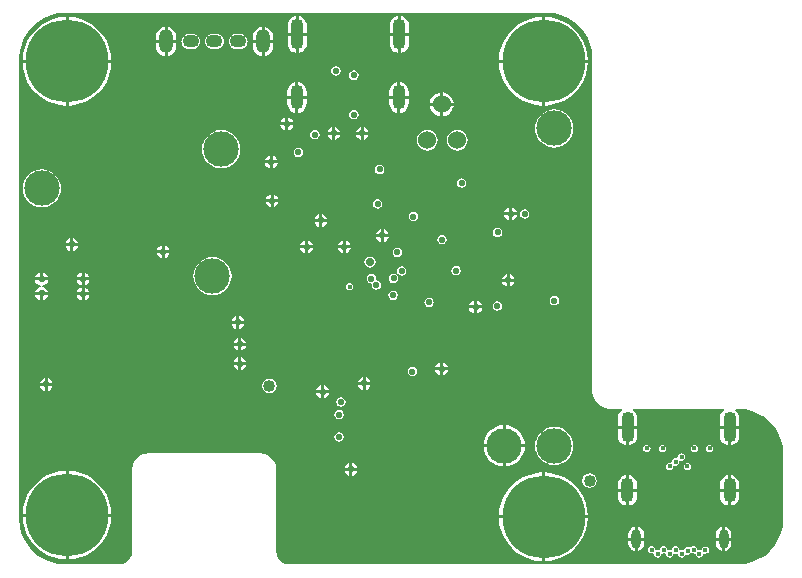
<source format=gbr>
%FSTAX23Y23*%
%MOIN*%
%SFA1B1*%

%IPPOS*%
%ADD52C,0.060000*%
%ADD53O,0.031496X0.062992*%
%ADD54C,0.275591*%
%ADD55O,0.043307X0.082677*%
%ADD56O,0.043307X0.102362*%
%ADD57O,0.047240X0.078740*%
%ADD58O,0.055118X0.043307*%
%ADD59C,0.118110*%
%ADD60C,0.023000*%
%ADD61C,0.016000*%
%ADD62C,0.028000*%
%ADD63C,0.040000*%
%LNpcb_power_measurement_copper_signal_2-1*%
%LPD*%
G36*
X04085Y03552D02*
X04108Y03546D01*
X0413Y03537*
X0415Y03525*
X04168Y03509*
X04184Y03491*
X04196Y03471*
X04205Y03449*
X04211Y03426*
X04212Y03403*
X04212Y03402*
Y02291*
X04212Y0229*
X04214Y02276*
X0422Y02262*
X04229Y02251*
X0424Y02242*
X04254Y02236*
X04268Y02234*
X04269Y02234*
X0431*
X04312Y02229*
X04307Y02225*
X04302Y02219*
X04298Y02211*
X04297Y02203*
Y02178*
X04361*
Y02203*
X0436Y02211*
X04357Y02219*
X04352Y02225*
X04347Y02229*
X04348Y02234*
X0465*
X04652Y02229*
X04647Y02225*
X04642Y02219*
X04638Y02211*
X04637Y02203*
Y02178*
X04669*
X04701*
Y02203*
X047Y02211*
X04697Y02219*
X04692Y02225*
X04687Y02229*
X04689Y02234*
X04697*
X04697Y02234*
X0472Y02233*
X04743Y02227*
X04765Y02218*
X04786Y02206*
X04804Y0219*
X04819Y02172*
X04831Y02152*
X04841Y0213*
X04846Y02107*
X04848Y02084*
X04848Y02083*
Y01868*
X04848Y01867*
X04846Y01844*
X04841Y01821*
X04831Y01799*
X04819Y01779*
X04804Y01761*
X04786Y01745*
X04765Y01733*
X04743Y01724*
X0472Y01718*
X04697Y01717*
X04697Y01717*
X04696Y01717*
X0319*
X0318Y01721*
X0317Y01728*
X03163Y01737*
X03159Y01748*
X03157Y0176*
X03157Y0176*
Y02032*
X03157*
X03156Y02046*
X0315Y02059*
X03141Y0207*
X0313Y02079*
X03117Y02085*
X03103Y02086*
Y02086*
X02733*
Y02086*
X02718Y02085*
X02705Y02079*
X02694Y0207*
X02685Y02059*
X02679Y02046*
X02678Y02032*
X02678*
Y0176*
X02678Y0176*
X02676Y01748*
X02672Y01737*
X02665Y01728*
X02655Y01721*
X02645Y01717*
X02453*
X02452Y01716*
X02429Y01718*
X02406Y01724*
X02384Y01733*
X02363Y01745*
X02345Y0176*
X0233Y01779*
X02318Y01799*
X02308Y01821*
X02303Y01844*
X02301Y01866*
X02302Y01868*
Y03402*
X02302Y03403*
X02303Y03426*
X02309Y03449*
X02318Y03471*
X0233Y03491*
X02346Y03509*
X02364Y03525*
X02384Y03537*
X02406Y03546*
X02429Y03552*
X02452Y03553*
X02453Y03553*
X04061*
X04062Y03553*
X04085Y03552*
G37*
%LNpcb_power_measurement_copper_signal_2-2*%
%LPC*%
G36*
X03573Y03543D02*
Y03487D01*
X036*
Y03512*
X03599Y0352*
X03596Y03528*
X03591Y03534*
X03584Y03539*
X03576Y03543*
X03573Y03543*
G37*
G36*
X03233D02*
Y03487D01*
X0326*
Y03512*
X03259Y0352*
X03255Y03528*
X0325Y03534*
X03244Y03539*
X03236Y03543*
X03233Y03543*
G37*
G36*
X03223D02*
X0322Y03543D01*
X03212Y03539*
X03205Y03534*
X032Y03528*
X03197Y0352*
X03196Y03512*
Y03487*
X03223*
Y03543*
G37*
G36*
X03563D02*
X0356Y03543D01*
X03552Y03539*
X03545Y03534*
X0354Y03528*
X03537Y0352*
X03536Y03512*
Y03487*
X03563*
Y03543*
G37*
G36*
X03119Y03508D02*
Y03464D01*
X03148*
Y03474*
X03146Y03483*
X03143Y03491*
X03138Y03498*
X03131Y03504*
X03122Y03507*
X03119Y03508*
G37*
G36*
X02796D02*
Y03464D01*
X02825*
Y03474*
X02824Y03483*
X0282Y03491*
X02815Y03498*
X02808Y03504*
X028Y03507*
X02796Y03508*
G37*
G36*
X03109D02*
X03105Y03507D01*
X03097Y03504*
X0309Y03498*
X03084Y03491*
X03081Y03483*
X0308Y03474*
Y03464*
X03109*
Y03508*
G37*
G36*
X02786D02*
X02782Y03507D01*
X02774Y03504*
X02767Y03498*
X02761Y03491*
X02758Y03483*
X02757Y03474*
Y03464*
X02786*
Y03508*
G37*
G36*
X03037Y03484D02*
X03025D01*
X03018Y03483*
X03012Y03481*
X03007Y03477*
X03003Y03471*
X03Y03465*
X02999Y03459*
X03Y03452*
X03003Y03446*
X03007Y0344*
X03012Y03436*
X03018Y03434*
X03025Y03433*
X03037*
X03044Y03434*
X0305Y03436*
X03055Y0344*
X03059Y03446*
X03062Y03452*
X03063Y03459*
X03062Y03465*
X03059Y03471*
X03055Y03477*
X0305Y03481*
X03044Y03483*
X03037Y03484*
G37*
G36*
X02958D02*
X02946D01*
X0294Y03483*
X02933Y03481*
X02928Y03477*
X02924Y03471*
X02921Y03465*
X0292Y03459*
X02921Y03452*
X02924Y03446*
X02928Y0344*
X02933Y03436*
X0294Y03434*
X02946Y03433*
X02958*
X02965Y03434*
X02971Y03436*
X02976Y0344*
X02981Y03446*
X02983Y03452*
X02984Y03459*
X02983Y03465*
X02981Y03471*
X02976Y03477*
X02971Y03481*
X02965Y03483*
X02958Y03484*
G37*
G36*
X02879D02*
X02868D01*
X02861Y03483*
X02855Y03481*
X02849Y03477*
X02845Y03471*
X02843Y03465*
X02842Y03459*
X02843Y03452*
X02845Y03446*
X02849Y0344*
X02855Y03436*
X02861Y03434*
X02868Y03433*
X02879*
X02886Y03434*
X02892Y03436*
X02898Y0344*
X02902Y03446*
X02904Y03452*
X02905Y03459*
X02904Y03465*
X02902Y03471*
X02898Y03477*
X02892Y03481*
X02886Y03483*
X02879Y03484*
G37*
G36*
X036Y03477D02*
X03573D01*
Y03421*
X03576Y03422*
X03584Y03425*
X03591Y0343*
X03596Y03437*
X03599Y03444*
X036Y03453*
Y03477*
G37*
G36*
X0326D02*
X03233D01*
Y03421*
X03236Y03422*
X03244Y03425*
X0325Y0343*
X03255Y03437*
X03259Y03444*
X0326Y03453*
Y03477*
G37*
G36*
X03223D02*
X03196D01*
Y03453*
X03197Y03444*
X032Y03437*
X03205Y0343*
X03212Y03425*
X0322Y03422*
X03223Y03421*
Y03477*
G37*
G36*
X03563D02*
X03536D01*
Y03453*
X03537Y03444*
X0354Y03437*
X03545Y0343*
X03552Y03425*
X0356Y03422*
X03563Y03421*
Y03477*
G37*
G36*
X03148Y03454D02*
X03119D01*
Y03409*
X03122Y0341*
X03131Y03413*
X03138Y03419*
X03143Y03426*
X03146Y03434*
X03148Y03443*
Y03454*
G37*
G36*
X02825D02*
X02796D01*
Y03409*
X028Y0341*
X02808Y03413*
X02815Y03419*
X0282Y03426*
X02824Y03434*
X02825Y03443*
Y03454*
G37*
G36*
X03109D02*
X0308D01*
Y03443*
X03081Y03434*
X03084Y03426*
X0309Y03419*
X03097Y03413*
X03105Y0341*
X03109Y03409*
Y03454*
G37*
G36*
X02786D02*
X02757D01*
Y03443*
X02758Y03434*
X02761Y03426*
X02767Y03419*
X02774Y03413*
X02782Y0341*
X02786Y03409*
Y03454*
G37*
G36*
X04054Y0354D02*
Y03398D01*
X04196*
X04195Y03416*
X04189Y03438*
X04181Y0346*
X04168Y0348*
X04153Y03497*
X04136Y03512*
X04116Y03525*
X04094Y03533*
X04072Y03539*
X04054Y0354*
G37*
G36*
X04044D02*
X04025Y03539D01*
X04003Y03533*
X03981Y03525*
X03961Y03512*
X03944Y03497*
X03929Y0348*
X03916Y0346*
X03908Y03438*
X03902Y03416*
X03901Y03398*
X04044*
Y0354*
G37*
G36*
X02466D02*
Y03398D01*
X02608*
X02607Y03416*
X02601Y03438*
X02593Y0346*
X0258Y0348*
X02565Y03497*
X02548Y03512*
X02528Y03525*
X02506Y03533*
X02484Y03539*
X02466Y0354*
G37*
G36*
X02456D02*
X02437Y03539D01*
X02415Y03533*
X02393Y03525*
X02373Y03512*
X02356Y03497*
X02341Y0348*
X02328Y0346*
X0232Y03438*
X02314Y03416*
X02313Y03398*
X02456*
Y0354*
G37*
G36*
X03357Y03377D02*
X03351Y03375D01*
X03346Y03372*
X03342Y03367*
X03341Y03361*
X03342Y03355*
X03346Y0335*
X03351Y03346*
X03357Y03345*
X03363Y03346*
X03368Y0335*
X03371Y03355*
X03373Y03361*
X03371Y03367*
X03368Y03372*
X03363Y03375*
X03357Y03377*
G37*
G36*
X03417Y03362D02*
X03411Y03361D01*
X03406Y03357*
X03402Y03352*
X03401Y03346*
X03402Y0334*
X03406Y03335*
X03411Y03331*
X03417Y0333*
X03423Y03331*
X03428Y03335*
X03431Y0334*
X03433Y03346*
X03431Y03352*
X03428Y03357*
X03423Y03361*
X03417Y03362*
G37*
G36*
X03232Y03323D02*
Y03277D01*
X03259*
Y03291*
X03258Y03299*
X03255Y03307*
X0325Y03314*
X03243Y03319*
X03235Y03322*
X03232Y03323*
G37*
G36*
X03222D02*
X03219Y03322D01*
X03211Y03319*
X03204Y03314*
X03199Y03307*
X03196Y03299*
X03195Y03291*
Y03277*
X03222*
Y03323*
G37*
G36*
X03572D02*
Y03277D01*
X03599*
Y03291*
X03598Y03299*
X03595Y03307*
X0359Y03314*
X03583Y03319*
X03575Y03322*
X03572Y03323*
G37*
G36*
X03562D02*
X03559Y03322D01*
X03551Y03319*
X03545Y03314*
X0354Y03307*
X03536Y03299*
X03535Y03291*
Y03277*
X03562*
Y03323*
G37*
G36*
X03715Y03289D02*
Y03255D01*
X03749*
X03748Y0326*
X03744Y0327*
X03738Y03278*
X0373Y03284*
X0372Y03288*
X03715Y03289*
G37*
G36*
X03705D02*
X03699Y03288D01*
X03689Y03284*
X03681Y03278*
X03675Y0327*
X03671Y0326*
X0367Y03255*
X03705*
Y03289*
G37*
G36*
X04196Y03388D02*
X04054D01*
Y03245*
X04072Y03246*
X04094Y03252*
X04116Y0326*
X04136Y03273*
X04153Y03288*
X04168Y03305*
X04181Y03325*
X04189Y03347*
X04195Y03369*
X04196Y03388*
G37*
G36*
X04044D02*
X03901D01*
X03902Y03369*
X03908Y03347*
X03916Y03325*
X03929Y03305*
X03944Y03288*
X03961Y03273*
X03981Y0326*
X04003Y03252*
X04025Y03246*
X04044Y03245*
Y03388*
G37*
G36*
X02608D02*
X02466D01*
Y03245*
X02484Y03246*
X02506Y03252*
X02528Y0326*
X02548Y03273*
X02565Y03288*
X0258Y03305*
X02593Y03325*
X02601Y03347*
X02607Y03369*
X02608Y03388*
G37*
G36*
X02456D02*
X02313D01*
X02314Y03369*
X0232Y03347*
X02328Y03325*
X02341Y03305*
X02356Y03288*
X02373Y03273*
X02393Y0326*
X02415Y03252*
X02437Y03246*
X02456Y03245*
Y03388*
G37*
G36*
X03599Y03267D02*
X03572D01*
Y03221*
X03575Y03221*
X03583Y03224*
X0359Y03229*
X03595Y03236*
X03598Y03244*
X03599Y03252*
Y03267*
G37*
G36*
X03259D02*
X03232D01*
Y03221*
X03235Y03221*
X03243Y03224*
X0325Y03229*
X03255Y03236*
X03258Y03244*
X03259Y03252*
Y03267*
G37*
G36*
X03222D02*
X03195D01*
Y03252*
X03196Y03244*
X03199Y03236*
X03204Y03229*
X03211Y03224*
X03219Y03221*
X03222Y03221*
Y03267*
G37*
G36*
X03562D02*
X03535D01*
Y03252*
X03536Y03244*
X0354Y03236*
X03545Y03229*
X03551Y03224*
X03559Y03221*
X03562Y03221*
Y03267*
G37*
G36*
X03749Y03245D02*
X03715D01*
Y0321*
X0372Y03211*
X0373Y03215*
X03738Y03221*
X03744Y03229*
X03748Y03239*
X03749Y03245*
G37*
G36*
X03705D02*
X0367D01*
X03671Y03239*
X03675Y03229*
X03681Y03221*
X03689Y03215*
X03699Y03211*
X03705Y0321*
Y03245*
G37*
G36*
X03417Y03231D02*
X03411Y0323D01*
X03406Y03226*
X03402Y03221*
X03401Y03215*
X03402Y03209*
X03406Y03204*
X03411Y032*
X03417Y03199*
X03423Y032*
X03428Y03204*
X03431Y03209*
X03433Y03215*
X03431Y03221*
X03428Y03226*
X03423Y0323*
X03417Y03231*
G37*
G36*
X03198Y03204D02*
Y03189D01*
X03214*
X03214Y03192*
X03209Y03199*
X03202Y03204*
X03198Y03204*
G37*
G36*
X03188D02*
X03185Y03204D01*
X03178Y03199*
X03173Y03192*
X03172Y03189*
X03188*
Y03204*
G37*
G36*
X03214Y03179D02*
X03198D01*
Y03163*
X03202Y03163*
X03209Y03168*
X03214Y03175*
X03214Y03179*
G37*
G36*
X03188D02*
X03172D01*
X03173Y03175*
X03178Y03168*
X03185Y03163*
X03188Y03163*
Y03179*
G37*
G36*
X03449Y03173D02*
Y03157D01*
X03465*
X03465Y0316*
X0346Y03168*
X03453Y03172*
X03449Y03173*
G37*
G36*
X03439D02*
X03436Y03172D01*
X03429Y03168*
X03424Y0316*
X03423Y03157*
X03439*
Y03173*
G37*
G36*
X03355D02*
Y03157D01*
X03371*
X0337Y0316*
X03365Y03168*
X03358Y03172*
X03355Y03173*
G37*
G36*
X03345D02*
X03342Y03172D01*
X03334Y03168*
X0333Y0316*
X03329Y03157*
X03345*
Y03173*
G37*
G36*
X03287Y03164D02*
X03281Y03163D01*
X03276Y03159*
X03272Y03154*
X03271Y03148*
X03272Y03142*
X03276Y03137*
X03281Y03134*
X03287Y03132*
X03293Y03134*
X03298Y03137*
X03302Y03142*
X03303Y03148*
X03302Y03154*
X03298Y03159*
X03293Y03163*
X03287Y03164*
G37*
G36*
X03465Y03147D02*
X03449D01*
Y03131*
X03453Y03132*
X0346Y03137*
X03465Y03144*
X03465Y03147*
G37*
G36*
X03439D02*
X03423D01*
X03424Y03144*
X03429Y03137*
X03436Y03132*
X03439Y03131*
Y03147*
G37*
G36*
X03371D02*
X03355D01*
Y03131*
X03358Y03132*
X03365Y03137*
X0337Y03144*
X03371Y03147*
G37*
G36*
X03345D02*
X03329D01*
X0333Y03144*
X03334Y03137*
X03342Y03132*
X03345Y03131*
Y03147*
G37*
G36*
X04085Y03232D02*
X04072Y03231D01*
X0406Y03227*
X04049Y03221*
X0404Y03214*
X04032Y03204*
X04026Y03193*
X04022Y03181*
X04021Y03169*
X04022Y03156*
X04026Y03145*
X04032Y03134*
X0404Y03124*
X04049Y03116*
X0406Y0311*
X04072Y03107*
X04085Y03105*
X04097Y03107*
X04109Y0311*
X0412Y03116*
X04129Y03124*
X04137Y03134*
X04143Y03145*
X04147Y03156*
X04148Y03169*
X04147Y03181*
X04143Y03193*
X04137Y03204*
X04129Y03214*
X0412Y03221*
X04109Y03227*
X04097Y03231*
X04085Y03232*
G37*
G36*
X03762Y03164D02*
X03753Y03163D01*
X03744Y03159*
X03737Y03154*
X03732Y03147*
X03728Y03138*
X03727Y0313*
X03728Y03121*
X03732Y03112*
X03737Y03105*
X03744Y031*
X03753Y03096*
X03762Y03095*
X0377Y03096*
X03779Y031*
X03786Y03105*
X03791Y03112*
X03795Y03121*
X03796Y0313*
X03795Y03138*
X03791Y03147*
X03786Y03154*
X03779Y03159*
X0377Y03163*
X03762Y03164*
G37*
G36*
X03662D02*
X03653Y03163D01*
X03644Y03159*
X03637Y03154*
X03632Y03147*
X03628Y03138*
X03627Y0313*
X03628Y03121*
X03632Y03112*
X03637Y03105*
X03644Y031*
X03653Y03096*
X03662Y03095*
X0367Y03096*
X03679Y031*
X03686Y03105*
X03691Y03112*
X03695Y03121*
X03696Y0313*
X03695Y03138*
X03691Y03147*
X03686Y03154*
X03679Y03159*
X0367Y03163*
X03662Y03164*
G37*
G36*
X03232Y03104D02*
X03225Y03103D01*
X0322Y031*
X03217Y03095*
X03216Y03089*
X03217Y03082*
X0322Y03077*
X03225Y03074*
X03232Y03073*
X03238Y03074*
X03243Y03077*
X03246Y03082*
X03247Y03089*
X03246Y03095*
X03243Y031*
X03238Y03103*
X03232Y03104*
G37*
G36*
X03147Y03078D02*
Y03062D01*
X03163*
X03162Y03065*
X03158Y03072*
X0315Y03077*
X03147Y03078*
G37*
G36*
X03137D02*
X03134Y03077D01*
X03127Y03072*
X03122Y03065*
X03121Y03062*
X03137*
Y03078*
G37*
G36*
X02975Y03163D02*
X02962Y03162D01*
X0295Y03158*
X02939Y03152*
X0293Y03144*
X02922Y03135*
X02916Y03124*
X02912Y03112*
X02911Y031*
X02912Y03087*
X02916Y03075*
X02922Y03064*
X0293Y03055*
X02939Y03047*
X0295Y03041*
X02962Y03037*
X02975Y03036*
X02987Y03037*
X02999Y03041*
X0301Y03047*
X03019Y03055*
X03027Y03064*
X03033Y03075*
X03037Y03087*
X03038Y031*
X03037Y03112*
X03033Y03124*
X03027Y03135*
X03019Y03144*
X0301Y03152*
X02999Y03158*
X02987Y03162*
X02975Y03163*
G37*
G36*
X03163Y03052D02*
X03147D01*
Y03036*
X0315Y03037*
X03158Y03041*
X03162Y03048*
X03163Y03052*
G37*
G36*
X03137D02*
X03121D01*
X03122Y03048*
X03127Y03041*
X03134Y03037*
X03137Y03036*
Y03052*
G37*
G36*
X03503Y03047D02*
X03496Y03046D01*
X03491Y03043*
X03488Y03038*
X03487Y03032*
X03488Y03025*
X03491Y0302*
X03496Y03017*
X03503Y03016*
X03509Y03017*
X03514Y0302*
X03517Y03025*
X03518Y03032*
X03517Y03038*
X03514Y03043*
X03509Y03046*
X03503Y03047*
G37*
G36*
X03776Y03002D02*
X03769Y03001D01*
X03764Y02998*
X03761Y02993*
X0376Y02987*
X03761Y0298*
X03764Y02975*
X03769Y02972*
X03776Y02971*
X03782Y02972*
X03787Y02975*
X0379Y0298*
X03791Y02987*
X0379Y02993*
X03787Y02998*
X03782Y03001*
X03776Y03002*
G37*
G36*
X03149Y02949D02*
Y02933D01*
X03165*
X03164Y02936*
X03159Y02943*
X03152Y02948*
X03149Y02949*
G37*
G36*
X03139D02*
X03136Y02948D01*
X03128Y02943*
X03124Y02936*
X03123Y02933*
X03139*
Y02949*
G37*
G36*
X03165Y02923D02*
X03149D01*
Y02907*
X03152Y02907*
X03159Y02912*
X03164Y02919*
X03165Y02923*
G37*
G36*
X03139D02*
X03123D01*
X03124Y02919*
X03128Y02912*
X03136Y02907*
X03139Y02907*
Y02923*
G37*
G36*
X02376Y03032D02*
X02364Y03031D01*
X02352Y03028*
X02341Y03022*
X02332Y03014*
X02324Y03004*
X02318Y02993*
X02314Y02981*
X02313Y02969*
X02314Y02957*
X02318Y02945*
X02324Y02934*
X02332Y02924*
X02341Y02916*
X02352Y0291*
X02364Y02907*
X02376Y02906*
X02389Y02907*
X02401Y0291*
X02412Y02916*
X02421Y02924*
X02429Y02934*
X02435Y02945*
X02439Y02957*
X0244Y02969*
X02439Y02981*
X02435Y02993*
X02429Y03004*
X02421Y03014*
X02412Y03022*
X02401Y03028*
X02389Y03031*
X02376Y03032*
G37*
G36*
X03496Y02933D02*
X0349Y02932D01*
X03485Y02928*
X03481Y02923*
X0348Y02917*
X03481Y02911*
X03485Y02906*
X0349Y02902*
X03496Y02901*
X03502Y02902*
X03507Y02906*
X0351Y02911*
X03512Y02917*
X0351Y02923*
X03507Y02928*
X03502Y02932*
X03496Y02933*
G37*
G36*
X03944Y02905D02*
Y0289D01*
X03959*
X03959Y02893*
X03954Y029*
X03947Y02905*
X03944Y02905*
G37*
G36*
X03934D02*
X0393Y02905D01*
X03923Y029*
X03918Y02893*
X03918Y0289*
X03934*
Y02905*
G37*
G36*
X03987Y02899D02*
X0398Y02898D01*
X03975Y02895*
X03972Y0289*
X03971Y02884*
X03972Y02877*
X03975Y02872*
X0398Y02869*
X03987Y02868*
X03993Y02869*
X03998Y02872*
X04001Y02877*
X04002Y02884*
X04001Y0289*
X03998Y02895*
X03993Y02898*
X03987Y02899*
G37*
G36*
X03312Y02883D02*
Y02867D01*
X03328*
X03327Y0287*
X03322Y02877*
X03315Y02882*
X03312Y02883*
G37*
G36*
X03302D02*
X03298Y02882D01*
X03291Y02877*
X03286Y0287*
X03286Y02867*
X03302*
Y02883*
G37*
G36*
X03959Y0288D02*
X03944D01*
Y02864*
X03947Y02864*
X03954Y02869*
X03959Y02876*
X03959Y0288*
G37*
G36*
X03934D02*
X03918D01*
X03918Y02876*
X03923Y02869*
X0393Y02864*
X03934Y02864*
Y0288*
G37*
G36*
X03615Y02891D02*
X03609Y0289D01*
X03604Y02886*
X036Y02881*
X03599Y02875*
X036Y02869*
X03604Y02864*
X03609Y0286*
X03615Y02859*
X03621Y0286*
X03626Y02864*
X0363Y02869*
X03631Y02875*
X0363Y02881*
X03626Y02886*
X03621Y0289*
X03615Y02891*
G37*
G36*
X03328Y02857D02*
X03312D01*
Y02841*
X03315Y02841*
X03322Y02846*
X03327Y02853*
X03328Y02857*
G37*
G36*
X03302D02*
X03286D01*
X03286Y02853*
X03291Y02846*
X03298Y02841*
X03302Y02841*
Y02857*
G37*
G36*
X03517Y02832D02*
Y02817D01*
X03533*
X03532Y0282*
X03527Y02827*
X0352Y02832*
X03517Y02832*
G37*
G36*
X03507D02*
X03504Y02832D01*
X03496Y02827*
X03492Y0282*
X03491Y02817*
X03507*
Y02832*
G37*
G36*
X03896Y02837D02*
X03889Y02836D01*
X03884Y02833*
X03881Y02828*
X0388Y02822*
X03881Y02815*
X03884Y0281*
X03889Y02807*
X03896Y02806*
X03902Y02807*
X03907Y0281*
X0391Y02815*
X03911Y02822*
X0391Y02828*
X03907Y02833*
X03902Y02836*
X03896Y02837*
G37*
G36*
X03533Y02807D02*
X03517D01*
Y02791*
X0352Y02791*
X03527Y02796*
X03532Y02803*
X03533Y02807*
G37*
G36*
X03507D02*
X03491D01*
X03492Y02803*
X03496Y02796*
X03504Y02791*
X03507Y02791*
Y02807*
G37*
G36*
X02482Y02802D02*
Y02787D01*
X02497*
X02497Y0279*
X02492Y02797*
X02485Y02802*
X02482Y02802*
G37*
G36*
X02472D02*
X02468Y02802D01*
X02461Y02797*
X02456Y0279*
X02456Y02787*
X02472*
Y02802*
G37*
G36*
X03711Y02814D02*
X03704Y02813D01*
X03699Y02809*
X03696Y02804*
X03695Y02798*
X03696Y02792*
X03699Y02787*
X03704Y02783*
X03711Y02782*
X03717Y02783*
X03722Y02787*
X03725Y02792*
X03726Y02798*
X03725Y02804*
X03722Y02809*
X03717Y02813*
X03711Y02814*
G37*
G36*
X0339Y02796D02*
Y0278D01*
X03406*
X03405Y02783*
X034Y02791*
X03393Y02795*
X0339Y02796*
G37*
G36*
X0338D02*
X03376Y02795D01*
X03369Y02791*
X03364Y02783*
X03364Y0278*
X0338*
Y02796*
G37*
G36*
X03264D02*
Y0278D01*
X0328*
X03279Y02783*
X03274Y02791*
X03267Y02795*
X03264Y02796*
G37*
G36*
X03254D02*
X0325Y02795D01*
X03243Y02791*
X03238Y02783*
X03238Y0278*
X03254*
Y02796*
G37*
G36*
X02786Y02778D02*
Y02762D01*
X02802*
X02801Y02766*
X02796Y02773*
X02789Y02778*
X02786Y02778*
G37*
G36*
X02776D02*
X02773Y02778D01*
X02765Y02773*
X02761Y02766*
X0276Y02762*
X02776*
Y02778*
G37*
G36*
X02497Y02777D02*
X02482D01*
Y02761*
X02485Y02761*
X02492Y02766*
X02497Y02773*
X02497Y02777*
G37*
G36*
X02472D02*
X02456D01*
X02456Y02773*
X02461Y02766*
X02468Y02761*
X02472Y02761*
Y02777*
G37*
G36*
X03406Y0277D02*
X0339D01*
Y02754*
X03393Y02755*
X034Y0276*
X03405Y02767*
X03406Y0277*
G37*
G36*
X0338D02*
X03364D01*
X03364Y02767*
X03369Y0276*
X03376Y02755*
X0338Y02754*
Y0277*
G37*
G36*
X0328D02*
X03264D01*
Y02754*
X03267Y02755*
X03274Y0276*
X03279Y02767*
X0328Y0277*
G37*
G36*
X03254D02*
X03238D01*
X03238Y02767*
X03243Y0276*
X0325Y02755*
X03254Y02754*
Y0277*
G37*
G36*
X03562Y02771D02*
X03555Y0277D01*
X0355Y02767*
X03547Y02762*
X03546Y02756*
X03547Y02749*
X0355Y02744*
X03555Y02741*
X03562Y0274*
X03568Y02741*
X03573Y02744*
X03576Y02749*
X03577Y02756*
X03576Y02762*
X03573Y02767*
X03568Y0277*
X03562Y02771*
G37*
G36*
X02802Y02752D02*
X02786D01*
Y02736*
X02789Y02737*
X02796Y02742*
X02801Y02749*
X02802Y02752*
G37*
G36*
X02776D02*
X0276D01*
X02761Y02749*
X02765Y02742*
X02773Y02737*
X02776Y02736*
Y02752*
G37*
G36*
X03471Y02741D02*
X03463Y0274D01*
X03458Y02736*
X03454Y0273*
X03452Y02723*
X03454Y02716*
X03458Y0271*
X03463Y02706*
X03471Y02705*
X03478Y02706*
X03483Y0271*
X03487Y02716*
X03489Y02723*
X03487Y0273*
X03483Y02736*
X03478Y0274*
X03471Y02741*
G37*
G36*
X03758Y0271D02*
X03751Y02709D01*
X03746Y02706*
X03743Y02701*
X03742Y02695*
X03743Y02688*
X03746Y02683*
X03751Y0268*
X03758Y02679*
X03764Y0268*
X03769Y02683*
X03772Y02688*
X03773Y02695*
X03772Y02701*
X03769Y02706*
X03764Y02709*
X03758Y0271*
G37*
G36*
X03577Y02709D02*
X0357Y02708D01*
X03565Y02705*
X03562Y027*
X03561Y02694*
X03562Y02687*
X03565Y02682*
X0357Y02679*
X03577Y02678*
X03583Y02679*
X03588Y02682*
X03591Y02687*
X03592Y02694*
X03591Y027*
X03588Y02705*
X03583Y02708*
X03577Y02709*
G37*
G36*
X02519Y02687D02*
Y02672D01*
X02534*
X02534Y02675*
X02529Y02682*
X02522Y02687*
X02519Y02687*
G37*
G36*
X02509D02*
X02505Y02687D01*
X02498Y02682*
X02493Y02675*
X02493Y02672*
X02509*
Y02687*
G37*
G36*
X02381D02*
Y02672D01*
X02396*
X02396Y02675*
X02391Y02682*
X02384Y02687*
X02381Y02687*
G37*
G36*
X02371D02*
X02367Y02687D01*
X0236Y02682*
X02355Y02675*
X02355Y02672*
X02371*
Y02687*
G37*
G36*
X03937Y02683D02*
Y02668D01*
X03952*
X03952Y02671*
X03947Y02678*
X0394Y02683*
X03937Y02683*
G37*
G36*
X03927D02*
X03923Y02683D01*
X03916Y02678*
X03911Y02671*
X03911Y02668*
X03927*
Y02683*
G37*
G36*
X03549Y02684D02*
X03542Y02683D01*
X03537Y0268*
X03534Y02675*
X03533Y02669*
X03534Y02662*
X03537Y02657*
X03542Y02654*
X03549Y02653*
X03555Y02654*
X0356Y02657*
X03563Y02662*
X03564Y02669*
X03563Y02675*
X0356Y0268*
X03555Y02683*
X03549Y02684*
G37*
G36*
X02534Y02662D02*
X02519D01*
Y02646*
X02522Y02646*
X02529Y02651*
X02534Y02658*
X02534Y02662*
G37*
G36*
X02509D02*
X02493D01*
X02493Y02658*
X02498Y02651*
X02505Y02646*
X02509Y02646*
Y02662*
G37*
G36*
X03952Y02658D02*
X03937D01*
Y02642*
X0394Y02642*
X03947Y02647*
X03952Y02654*
X03952Y02658*
G37*
G36*
X03927D02*
X03911D01*
X03911Y02654*
X03916Y02647*
X03923Y02642*
X03927Y02642*
Y02658*
G37*
G36*
X03475Y02684D02*
X03468Y02683D01*
X03463Y0268*
X0346Y02674*
X03459Y02668*
X0346Y02662*
X03463Y02657*
X03468Y02654*
X03475Y02653*
X03476Y02648*
X03476Y02647*
X03477Y0264*
X0348Y02635*
X03485Y02632*
X03492Y02631*
X03498Y02632*
X03503Y02635*
X03506Y0264*
X03507Y02647*
X03506Y02653*
X03503Y02658*
X03498Y02661*
X03492Y02662*
X0349Y02667*
X0349Y02668*
X03489Y02674*
X03486Y0268*
X03481Y02683*
X03475Y02684*
G37*
G36*
X03403Y02653D02*
X03398Y02652D01*
X03394Y0265*
X03392Y02646*
X03391Y02641*
X03392Y02636*
X03394Y02632*
X03398Y0263*
X03403Y02629*
X03408Y0263*
X03412Y02632*
X03414Y02636*
X03415Y02641*
X03414Y02646*
X03412Y0265*
X03408Y02652*
X03403Y02653*
G37*
G36*
X02396Y02662D02*
X02355D01*
X02355Y02658*
X0236Y02651*
X02367Y02646*
X02373Y02645*
X02373Y02645*
Y0264*
X02373Y0264*
X02367Y02639*
X0236Y02634*
X02355Y02627*
X02355Y02624*
X02396*
X02396Y02627*
X02391Y02634*
X02384Y02639*
X02378Y0264*
X02378Y0264*
Y02645*
X02378Y02645*
X02384Y02646*
X02391Y02651*
X02396Y02658*
X02396Y02662*
G37*
G36*
X02519Y02637D02*
Y02622D01*
X02534*
X02534Y02625*
X02529Y02632*
X02522Y02637*
X02519Y02637*
G37*
G36*
X02509D02*
X02505Y02637D01*
X02498Y02632*
X02493Y02625*
X02493Y02622*
X02509*
Y02637*
G37*
G36*
X02945Y0274D02*
X02933Y02739D01*
X02921Y02735*
X0291Y02729*
X02901Y02721*
X02893Y02712*
X02887Y02701*
X02883Y02689*
X02882Y02677*
X02883Y02664*
X02887Y02652*
X02893Y02641*
X02901Y02632*
X0291Y02624*
X02921Y02618*
X02933Y02615*
X02945Y02613*
X02958Y02615*
X0297Y02618*
X02981Y02624*
X0299Y02632*
X02998Y02641*
X03004Y02652*
X03008Y02664*
X03009Y02677*
X03008Y02689*
X03004Y02701*
X02998Y02712*
X0299Y02721*
X02981Y02729*
X0297Y02735*
X02958Y02739*
X02945Y0274*
G37*
G36*
X02396Y02614D02*
X02381D01*
Y02598*
X02384Y02598*
X02391Y02603*
X02396Y0261*
X02396Y02614*
G37*
G36*
X02371D02*
X02355D01*
X02355Y0261*
X0236Y02603*
X02367Y02598*
X02371Y02598*
Y02614*
G37*
G36*
X03548Y02628D02*
X03541Y02627D01*
X03536Y02624*
X03533Y02619*
X03532Y02613*
X03533Y02606*
X03536Y02601*
X03541Y02598*
X03548Y02597*
X03554Y02598*
X03559Y02601*
X03562Y02606*
X03563Y02613*
X03562Y02619*
X03559Y02624*
X03554Y02627*
X03548Y02628*
G37*
G36*
X02534Y02612D02*
X02519D01*
Y02596*
X02522Y02596*
X02529Y02601*
X02534Y02608*
X02534Y02612*
G37*
G36*
X02509D02*
X02493D01*
X02493Y02608*
X02498Y02601*
X02505Y02596*
X02509Y02596*
Y02612*
G37*
G36*
X04085Y0261D02*
X04078Y02609D01*
X04073Y02606*
X0407Y02601*
X04069Y02595*
X0407Y02588*
X04073Y02583*
X04078Y0258*
X04085Y02579*
X04091Y0258*
X04096Y02583*
X04099Y02588*
X041Y02595*
X04099Y02601*
X04096Y02606*
X04091Y02609*
X04085Y0261*
G37*
G36*
X03828Y02594D02*
Y02579D01*
X03843*
X03843Y02582*
X03838Y02589*
X03831Y02594*
X03828Y02594*
G37*
G36*
X03818D02*
X03814Y02594D01*
X03807Y02589*
X03802Y02582*
X03802Y02579*
X03818*
Y02594*
G37*
G36*
X03668Y02604D02*
X03661Y02603D01*
X03656Y026*
X03653Y02595*
X03652Y02589*
X03653Y02582*
X03656Y02577*
X03661Y02574*
X03668Y02573*
X03674Y02574*
X03679Y02577*
X03682Y02582*
X03683Y02589*
X03682Y02595*
X03679Y026*
X03674Y02603*
X03668Y02604*
G37*
G36*
X03895Y02592D02*
X03888Y02591D01*
X03883Y02588*
X0388Y02583*
X03879Y02577*
X0388Y0257*
X03883Y02565*
X03888Y02562*
X03895Y02561*
X03901Y02562*
X03906Y02565*
X03909Y0257*
X0391Y02577*
X03909Y02583*
X03906Y02588*
X03901Y02591*
X03895Y02592*
G37*
G36*
X03843Y02569D02*
X03828D01*
Y02553*
X03831Y02553*
X03838Y02558*
X03843Y02565*
X03843Y02569*
G37*
G36*
X03818D02*
X03802D01*
X03802Y02565*
X03807Y02558*
X03814Y02553*
X03818Y02553*
Y02569*
G37*
G36*
X03035Y02543D02*
Y02527D01*
X03051*
X0305Y0253*
X03046Y02537*
X03038Y02542*
X03035Y02543*
G37*
G36*
X03025D02*
X03022Y02542D01*
X03015Y02537*
X0301Y0253*
X03009Y02527*
X03025*
Y02543*
G37*
G36*
X03051Y02517D02*
X03035D01*
Y02501*
X03038Y02501*
X03046Y02506*
X0305Y02513*
X03051Y02517*
G37*
G36*
X03025D02*
X03009D01*
X0301Y02513*
X03015Y02506*
X03022Y02501*
X03025Y02501*
Y02517*
G37*
G36*
X03042Y02471D02*
Y02455D01*
X03058*
X03057Y02458*
X03052Y02465*
X03045Y0247*
X03042Y02471*
G37*
G36*
X03032D02*
X03029Y0247D01*
X03021Y02465*
X03017Y02458*
X03016Y02455*
X03032*
Y02471*
G37*
G36*
X03058Y02445D02*
X03042D01*
Y02429*
X03045Y02429*
X03052Y02434*
X03057Y02441*
X03058Y02445*
G37*
G36*
X03032D02*
X03016D01*
X03017Y02441*
X03021Y02434*
X03029Y02429*
X03032Y02429*
Y02445*
G37*
G36*
X03042Y02406D02*
Y0239D01*
X03058*
X03057Y02394*
X03052Y02401*
X03045Y02406*
X03042Y02406*
G37*
G36*
X03032D02*
X03029Y02406D01*
X03021Y02401*
X03017Y02394*
X03016Y0239*
X03032*
Y02406*
G37*
G36*
X03714Y02389D02*
Y02373D01*
X0373*
X03729Y02376*
X03724Y02384*
X03717Y02388*
X03714Y02389*
G37*
G36*
X03704D02*
X037Y02388D01*
X03693Y02384*
X03688Y02376*
X03688Y02373*
X03704*
Y02389*
G37*
G36*
X03058Y0238D02*
X03042D01*
Y02364*
X03045Y02365*
X03052Y0237*
X03057Y02377*
X03058Y0238*
G37*
G36*
X03032D02*
X03016D01*
X03017Y02377*
X03021Y0237*
X03029Y02365*
X03032Y02364*
Y0238*
G37*
G36*
X0373Y02363D02*
X03714D01*
Y02347*
X03717Y02348*
X03724Y02353*
X03729Y0236*
X0373Y02363*
G37*
G36*
X03704D02*
X03688D01*
X03688Y0236*
X03693Y02353*
X037Y02348*
X03704Y02347*
Y02363*
G37*
G36*
X03612Y02374D02*
X03606Y02372D01*
X03601Y02369*
X03597Y02364*
X03596Y02358*
X03597Y02352*
X03601Y02347*
X03606Y02343*
X03612Y02342*
X03618Y02343*
X03623Y02347*
X03626Y02352*
X03628Y02358*
X03626Y02364*
X03623Y02369*
X03618Y02372*
X03612Y02374*
G37*
G36*
X03457Y02339D02*
Y02324D01*
X03472*
X03472Y02327*
X03467Y02334*
X0346Y02339*
X03457Y02339*
G37*
G36*
X03447D02*
X03443Y02339D01*
X03436Y02334*
X03431Y02327*
X03431Y02324*
X03447*
Y02339*
G37*
G36*
X02397Y02336D02*
Y02321D01*
X02412*
X02412Y02324*
X02407Y02331*
X024Y02336*
X02397Y02336*
G37*
G36*
X02387D02*
X02383Y02336D01*
X02376Y02331*
X02371Y02324*
X02371Y02321*
X02387*
Y02336*
G37*
G36*
X03472Y02314D02*
X03457D01*
Y02298*
X0346Y02298*
X03467Y02303*
X03472Y0231*
X03472Y02314*
G37*
G36*
X03447D02*
X03431D01*
X03431Y0231*
X03436Y02303*
X03443Y02298*
X03447Y02298*
Y02314*
G37*
G36*
X03318Y02312D02*
Y02296D01*
X03333*
X03333Y023*
X03328Y02307*
X03321Y02312*
X03318Y02312*
G37*
G36*
X03308D02*
X03304Y02312D01*
X03297Y02307*
X03292Y023*
X03292Y02296*
X03308*
Y02312*
G37*
G36*
X02412Y02311D02*
X02397D01*
Y02295*
X024Y02295*
X02407Y023*
X02412Y02307*
X02412Y02311*
G37*
G36*
X02387D02*
X02371D01*
X02371Y02307*
X02376Y023*
X02383Y02295*
X02387Y02295*
Y02311*
G37*
G36*
X03135Y02335D02*
X03126Y02333D01*
X03118Y02328*
X03113Y0232*
X03111Y02311*
X03113Y02301*
X03118Y02293*
X03126Y02288*
X03135Y02286*
X03145Y02288*
X03153Y02293*
X03158Y02301*
X0316Y02311*
X03158Y0232*
X03153Y02328*
X03145Y02333*
X03135Y02335*
G37*
G36*
X03333Y02286D02*
X03318D01*
Y0227*
X03321Y02271*
X03328Y02276*
X03333Y02283*
X03333Y02286*
G37*
G36*
X03308D02*
X03292D01*
X03292Y02283*
X03297Y02276*
X03304Y02271*
X03308Y0227*
Y02286*
G37*
G36*
X03374Y02272D02*
X03367Y02271D01*
X03362Y02268*
X03359Y02263*
X03358Y02257*
X03359Y0225*
X03362Y02245*
X03367Y02242*
X03374Y02241*
X0338Y02242*
X03385Y02245*
X03388Y0225*
X03389Y02257*
X03388Y02263*
X03385Y02268*
X0338Y02271*
X03374Y02272*
G37*
G36*
X03368Y02231D02*
X03362Y0223D01*
X03356Y02226*
X03353Y02221*
X03352Y02215*
X03353Y02209*
X03356Y02204*
X03362Y022*
X03368Y02199*
X03374Y022*
X03379Y02204*
X03382Y02209*
X03383Y02215*
X03382Y02221*
X03379Y02226*
X03374Y0223*
X03368Y02231*
G37*
G36*
Y02156D02*
X03362Y02155D01*
X03356Y02151*
X03353Y02146*
X03352Y0214*
X03353Y02134*
X03356Y02129*
X03362Y02126*
X03368Y02124*
X03374Y02126*
X03379Y02129*
X03382Y02134*
X03383Y0214*
X03382Y02146*
X03379Y02151*
X03374Y02155*
X03368Y02156*
G37*
G36*
X03923Y02179D02*
Y02116D01*
X03986*
X03986Y02124*
X03982Y02137*
X03975Y02149*
X03967Y0216*
X03956Y02168*
X03944Y02175*
X03931Y02179*
X03923Y02179*
G37*
G36*
X03913D02*
X03904Y02179D01*
X03891Y02175*
X03879Y02168*
X03868Y0216*
X0386Y02149*
X03853Y02137*
X03849Y02124*
X03849Y02116*
X03913*
Y02179*
G37*
G36*
X04664Y02168D02*
X04637D01*
Y02144*
X04638Y02135*
X04642Y02128*
X04647Y02121*
X04653Y02116*
X04661Y02113*
X04664Y02112*
Y02168*
G37*
G36*
X04361D02*
X04334D01*
Y02112*
X04337Y02113*
X04345Y02116*
X04352Y02121*
X04357Y02128*
X0436Y02135*
X04361Y02144*
Y02168*
G37*
G36*
X04324D02*
X04297D01*
Y02144*
X04298Y02135*
X04302Y02128*
X04307Y02121*
X04313Y02116*
X04321Y02113*
X04324Y02112*
Y02168*
G37*
G36*
X04701D02*
X04674D01*
Y02112*
X04678Y02113*
X04685Y02116*
X04692Y02121*
X04697Y02128*
X047Y02135*
X04701Y02144*
Y02168*
G37*
G36*
X04603Y02115D02*
X04598Y02114D01*
X04594Y02111*
X04591Y02107*
X0459Y02103*
X04591Y02098*
X04594Y02094*
X04598Y02091*
X04603Y0209*
X04607Y02091*
X04611Y02094*
X04614Y02098*
X04615Y02103*
X04614Y02107*
X04611Y02111*
X04607Y02114*
X04603Y02115*
G37*
G36*
X04552D02*
X04547Y02114D01*
X04543Y02111*
X0454Y02107*
X04539Y02103*
X0454Y02098*
X04543Y02094*
X04547Y02091*
X04552Y0209*
X04556Y02091*
X0456Y02094*
X04563Y02098*
X04564Y02103*
X04563Y02107*
X0456Y02111*
X04556Y02114*
X04552Y02115*
G37*
G36*
X04446D02*
X04441Y02114D01*
X04437Y02111*
X04434Y02107*
X04433Y02103*
X04434Y02098*
X04437Y02094*
X04441Y02091*
X04446Y0209*
X0445Y02091*
X04454Y02094*
X04457Y02098*
X04458Y02103*
X04457Y02107*
X04454Y02111*
X0445Y02114*
X04446Y02115*
G37*
G36*
X04394D02*
X04389Y02114D01*
X04385Y02111*
X04382Y02107*
X04381Y02103*
X04382Y02098*
X04385Y02094*
X04389Y02091*
X04394Y0209*
X04398Y02091*
X04402Y02094*
X04405Y02098*
X04406Y02103*
X04405Y02107*
X04402Y02111*
X04398Y02114*
X04394Y02115*
G37*
G36*
X04509Y02086D02*
X04504Y02085D01*
X045Y02082*
X04497Y02078*
X04496Y02074*
X04496Y02073*
X04496Y02072*
X04492Y02069*
X04489Y0207*
X04484Y02069*
X0448Y02066*
X04478Y02062*
X04477Y02058*
X04476Y02057*
X04472Y02054*
X04469Y02055*
X04465Y02054*
X04461Y02051*
X04458Y02047*
X04457Y02043*
X04458Y02038*
X04461Y02034*
X04465Y02031*
X04469Y0203*
X04474Y02031*
X04478Y02034*
X04481Y02038*
X04482Y02042*
X04482Y02043*
X04486Y02046*
X04489Y02045*
X04494Y02046*
X04498Y02049*
X045Y02053*
X04501Y02058*
X04501Y02058*
X04502Y02059*
X04505Y02062*
X04509Y02061*
X04513Y02062*
X04517Y02065*
X0452Y02069*
X04521Y02074*
X0452Y02078*
X04517Y02082*
X04513Y02085*
X04509Y02086*
G37*
G36*
X04085Y02174D02*
X04072Y02173D01*
X0406Y02169*
X04049Y02163*
X0404Y02155*
X04032Y02146*
X04026Y02135*
X04022Y02123*
X04021Y02111*
X04022Y02098*
X04026Y02086*
X04032Y02075*
X0404Y02066*
X04049Y02058*
X0406Y02052*
X04072Y02048*
X04085Y02047*
X04097Y02048*
X04109Y02052*
X0412Y02058*
X04129Y02066*
X04137Y02075*
X04143Y02086*
X04147Y02098*
X04148Y02111*
X04147Y02123*
X04143Y02135*
X04137Y02146*
X04129Y02155*
X0412Y02163*
X04109Y02169*
X04097Y02173*
X04085Y02174*
G37*
G36*
X03986Y02106D02*
X03923D01*
Y02042*
X03931Y02042*
X03944Y02046*
X03956Y02053*
X03967Y02061*
X03975Y02072*
X03982Y02084*
X03986Y02097*
X03986Y02106*
G37*
G36*
X03913D02*
X03849D01*
X03849Y02097*
X03853Y02084*
X0386Y02072*
X03868Y02061*
X03879Y02053*
X03891Y02046*
X03904Y02042*
X03913Y02042*
Y02106*
G37*
G36*
X03412Y02052D02*
Y02037D01*
X03428*
X03427Y0204*
X03423Y02047*
X03415Y02052*
X03412Y02052*
G37*
G36*
X03402D02*
X03399Y02052D01*
X03392Y02047*
X03387Y0204*
X03386Y02037*
X03402*
Y02052*
G37*
G36*
X04528Y02054D02*
X04524Y02053D01*
X0452Y0205*
X04517Y02046*
X04516Y02042*
X04517Y02037*
X0452Y02033*
X04524Y0203*
X04528Y02029*
X04533Y0203*
X04537Y02033*
X0454Y02037*
X04541Y02042*
X0454Y02046*
X04537Y0205*
X04533Y02053*
X04528Y02054*
G37*
G36*
X03428Y02027D02*
X03412D01*
Y02011*
X03415Y02011*
X03423Y02016*
X03427Y02023*
X03428Y02027*
G37*
G36*
X03402D02*
X03386D01*
X03387Y02023*
X03392Y02016*
X03399Y02011*
X03402Y02011*
Y02027*
G37*
G36*
X04203Y02019D02*
X04193Y02017D01*
X04185Y02012*
X0418Y02004*
X04178Y01995*
X0418Y01985*
X04185Y01977*
X04193Y01972*
X04203Y0197*
X04212Y01972*
X0422Y01977*
X04225Y01985*
X04227Y01995*
X04225Y02004*
X0422Y02012*
X04212Y02017*
X04203Y02019*
G37*
G36*
X04674Y02013D02*
Y01967D01*
X047*
Y01982*
X04699Y0199*
X04696Y01998*
X04691Y02005*
X04684Y0201*
X04677Y02013*
X04674Y02013*
G37*
G36*
X04333D02*
Y01967D01*
X0436*
Y01982*
X04359Y0199*
X04356Y01998*
X04351Y02005*
X04344Y0201*
X04337Y02013*
X04333Y02013*
G37*
G36*
X04323D02*
X0432Y02013D01*
X04312Y0201*
X04306Y02005*
X04301Y01998*
X04298Y0199*
X04296Y01982*
Y01967*
X04323*
Y02013*
G37*
G36*
X04664D02*
X0466Y02013D01*
X04653Y0201*
X04646Y02005*
X04641Y01998*
X04638Y0199*
X04637Y01982*
Y01967*
X04664*
Y02013*
G37*
G36*
X047Y01957D02*
X04674D01*
Y01912*
X04677Y01912*
X04684Y01915*
X04691Y0192*
X04696Y01927*
X04699Y01935*
X047Y01943*
Y01957*
G37*
G36*
X0436D02*
X04333D01*
Y01912*
X04337Y01912*
X04344Y01915*
X04351Y0192*
X04356Y01927*
X04359Y01935*
X0436Y01943*
Y01957*
G37*
G36*
X04323D02*
X04296D01*
Y01943*
X04298Y01935*
X04301Y01927*
X04306Y0192*
X04312Y01915*
X0432Y01912*
X04323Y01912*
Y01957*
G37*
G36*
X04664D02*
X04637D01*
Y01943*
X04638Y01935*
X04641Y01927*
X04646Y0192*
X04653Y01915*
X0466Y01912*
X04664Y01912*
Y01957*
G37*
G36*
X02466Y02027D02*
Y01885D01*
X02608*
X02607Y01903*
X02601Y01925*
X02593Y01947*
X0258Y01967*
X02565Y01984*
X02548Y01999*
X02528Y02012*
X02506Y0202*
X02484Y02026*
X02466Y02027*
G37*
G36*
X02456D02*
X02437Y02026D01*
X02415Y0202*
X02393Y02012*
X02373Y01999*
X02356Y01984*
X02341Y01967*
X02328Y01947*
X0232Y01925*
X02314Y01903*
X02313Y01885*
X02456*
Y02027*
G37*
G36*
X04054Y02022D02*
Y0188D01*
X04196*
X04195Y01898*
X04189Y0192*
X04181Y01942*
X04168Y01962*
X04153Y01979*
X04136Y01994*
X04116Y02007*
X04094Y02015*
X04072Y02021*
X04054Y02022*
G37*
G36*
X04044D02*
X04025Y02021D01*
X04003Y02015*
X03981Y02007*
X03961Y01994*
X03944Y01979*
X03929Y01962*
X03916Y01942*
X03908Y0192*
X03902Y01898*
X03901Y0188*
X04044*
Y02022*
G37*
G36*
X04654Y01841D02*
Y01805D01*
X04675*
Y01816*
X04674Y01823*
X04672Y01829*
X04668Y01835*
X04662Y01839*
X04656Y01841*
X04654Y01841*
G37*
G36*
X04644D02*
X04643Y01841D01*
X04636Y01839*
X04631Y01835*
X04627Y01829*
X04624Y01823*
X04623Y01816*
Y01805*
X04644*
Y01841*
G37*
G36*
X04363D02*
Y01805D01*
X04384*
Y01816*
X04383Y01823*
X0438Y01829*
X04376Y01835*
X04371Y01839*
X04365Y01841*
X04363Y01841*
G37*
G36*
X04353D02*
X04351Y01841D01*
X04345Y01839*
X0434Y01835*
X04336Y01829*
X04333Y01823*
X04332Y01816*
Y01805*
X04353*
Y01841*
G37*
G36*
X04549Y01777D02*
X04544Y01776D01*
X0454Y01773*
X0454Y01773*
X04533Y01772*
X04529Y01773*
X04524Y01772*
X0452Y01769*
X04517Y01765*
X04517Y01765*
X04513Y01762*
X04509Y01763*
X04506Y01762*
X04502Y01764*
X04501Y01766*
X045Y01769*
X04498Y01773*
X04494Y01776*
X04489Y01777*
X04484Y01776*
X0448Y01773*
X04478Y01769*
X04477Y01766*
X04476Y01764*
X04472Y01762*
X0447Y01763*
X04466Y01762*
X04463Y01764*
X04462Y01766*
X04461Y01769*
X04458Y01773*
X04454Y01776*
X0445Y01777*
X04445Y01776*
X04441Y01773*
X04438Y01769*
X04438Y01766*
X04436Y01764*
X04433Y01762*
X0443Y01763*
X04426Y01762*
X04423Y01764*
X04422Y01766*
X04421Y01769*
X04418Y01773*
X04414Y01776*
X0441Y01777*
X04405Y01776*
X04401Y01773*
X04398Y01769*
X04397Y01765*
X04398Y0176*
X04401Y01756*
X04405Y01753*
X0441Y01752*
X04413Y01753*
X04416Y01751*
X04418Y01749*
X04418Y01746*
X04421Y01742*
X04425Y01739*
X0443Y01738*
X04434Y01739*
X04438Y01742*
X04441Y01746*
X04442Y01749*
X04443Y01751*
X04447Y01753*
X0445Y01752*
X04453Y01753*
X04456Y01751*
X04457Y01749*
X04458Y01746*
X04461Y01742*
X04465Y01739*
X0447Y01738*
X04474Y01739*
X04478Y01742*
X04481Y01746*
X04482Y01749*
X04483Y01751*
X04486Y01753*
X04489Y01753*
X04492Y01753*
X04495Y01751*
X04496Y01749*
X04497Y01746*
X045Y01742*
X04504Y01739*
X04509Y01738*
X04513Y01739*
X04517Y01742*
X0452Y01746*
X0452Y01746*
X04524Y01749*
X04529Y01748*
X04533Y01749*
X04537Y01752*
X04537Y01752*
X04544Y01754*
X04549Y01753*
X04552Y01753*
X04555Y01751*
X04556Y0175*
X04557Y01746*
X0456Y01742*
X04564Y01739*
X04568Y01738*
X04573Y01739*
X04577Y01742*
X0458Y01746*
X0458Y01748*
X04582Y01751*
X04585Y01751*
X04588Y01751*
X04592Y01752*
X04596Y01754*
X04599Y01758*
X046Y01763*
X04599Y01768*
X04596Y01772*
X04592Y01774*
X04588Y01775*
X04583Y01774*
X04579Y01772*
X04576Y01768*
X04576Y01766*
X04574Y01763*
X0457Y01762*
X04568Y01763*
X04565Y01762*
X04562Y01764*
X04561Y01766*
X0456Y01769*
X04557Y01773*
X04553Y01776*
X04549Y01777*
G37*
G36*
X04644Y01795D02*
X04623D01*
Y01785*
X04624Y01778*
X04627Y01772*
X04631Y01766*
X04636Y01762*
X04643Y0176*
X04644Y01759*
Y01795*
G37*
G36*
X04384D02*
X04363D01*
Y01759*
X04365Y0176*
X04371Y01762*
X04376Y01766*
X0438Y01772*
X04383Y01778*
X04384Y01785*
Y01795*
G37*
G36*
X04353D02*
X04332D01*
Y01785*
X04333Y01778*
X04336Y01772*
X0434Y01766*
X04345Y01762*
X04351Y0176*
X04353Y01759*
Y01795*
G37*
G36*
X04675D02*
X04654D01*
Y01759*
X04656Y0176*
X04662Y01762*
X04668Y01766*
X04672Y01772*
X04674Y01778*
X04675Y01785*
Y01795*
G37*
G36*
X02608Y01875D02*
X02466D01*
Y01732*
X02484Y01733*
X02506Y01739*
X02528Y01747*
X02548Y0176*
X02565Y01775*
X0258Y01792*
X02593Y01812*
X02601Y01834*
X02607Y01856*
X02608Y01875*
G37*
G36*
X02456D02*
X02313D01*
X02314Y01856*
X0232Y01834*
X02328Y01812*
X02341Y01792*
X02356Y01775*
X02373Y0176*
X02393Y01747*
X02415Y01739*
X02437Y01733*
X02456Y01732*
Y01875*
G37*
G36*
X04196Y0187D02*
X04054D01*
Y01727*
X04072Y01728*
X04094Y01734*
X04116Y01742*
X04136Y01755*
X04153Y0177*
X04168Y01787*
X04181Y01807*
X04189Y01829*
X04195Y01851*
X04196Y0187*
G37*
G36*
X04044D02*
X03901D01*
X03902Y01851*
X03908Y01829*
X03916Y01807*
X03929Y01787*
X03944Y0177*
X03961Y01755*
X03981Y01742*
X04003Y01734*
X04025Y01728*
X04044Y01727*
Y0187*
G37*
%LNpcb_power_measurement_copper_signal_2-3*%
%LPD*%
G54D52*
X03662Y0313D03*
X03762D03*
X0371Y0325D03*
G54D53*
X04649Y018D03*
X04358D03*
G54D54*
X02461Y0188D03*
X04049Y01875D03*
Y03393D03*
X02461D03*
G54D55*
X04328Y01962D03*
X04669D03*
X03567Y03272D03*
X03227D03*
G54D56*
X04329Y02173D03*
X04669D03*
X03568Y03482D03*
X03228D03*
G54D57*
X02791Y03459D03*
X03114D03*
G54D58*
X03031Y03459D03*
X02874D03*
X02952D03*
G54D59*
X02975Y031D03*
X03918Y02111D03*
X02945Y02677D03*
X02376Y02969D03*
X04085Y02111D03*
Y03169D03*
G54D60*
X03615Y02875D03*
X03562Y02756D03*
X03577Y02694D03*
X03668Y02589D03*
X03549Y02669D03*
X03475Y02668D03*
X03776Y02987D03*
X03232Y03089D03*
X02514Y02617D03*
Y02667D03*
X02376Y02619D03*
Y02667D03*
X02477Y02782D03*
X02392Y02316D03*
X03503Y03032D03*
X03492Y02647D03*
X03548Y02613D03*
X03711Y02798D03*
X04085Y02595D03*
X03987Y02884D03*
X03939Y02885D03*
X03758Y02695D03*
X03512Y02812D03*
X03932Y02663D03*
X03895Y02577D03*
X03823Y02574D03*
X03896Y02822D03*
X03407Y02032D03*
X03374Y02257D03*
X03709Y02368D03*
X03452Y02319D03*
X03037Y02385D03*
Y0245D03*
X0303Y02522D03*
X03357Y03361D03*
X03313Y02291D03*
X03287Y03148D03*
X03417Y03215D03*
X03444Y03152D03*
X0335D03*
X02781Y02757D03*
X03144Y02928D03*
X03142Y03057D03*
X03193Y03184D03*
X03307Y02862D03*
X03385Y02775D03*
X03259D03*
X03496Y02917D03*
X03368Y0214D03*
Y02215D03*
X03612Y02358D03*
X03417Y03346D03*
G54D61*
X03403Y02641D03*
X04394Y02103D03*
X04568Y01751D03*
X0447D03*
X04489Y01765D03*
X0441Y01765D03*
X0443Y01751D03*
X04529Y01761D03*
X04549Y01765D03*
X0445Y01765D03*
X04509Y01751D03*
X04528Y02042D03*
X04588Y01763D03*
X04469Y02043D03*
X04489Y02058D03*
X04603Y02103D03*
X04509Y02074D03*
X04446Y02103D03*
X04552D03*
X03357Y02516D03*
X0343D03*
X0332D03*
X03319Y02443D03*
X03357D03*
X0343D03*
X03392D03*
X03466D03*
X0343Y02406D03*
Y02479D03*
X03357Y02556D03*
X0343Y02555D03*
X03466Y02516D03*
X03393D03*
X03357Y02479D03*
Y02406D03*
X0337Y03003D03*
X03395Y02978D03*
Y03028D03*
X0342Y03003D03*
X03395D03*
G54D62*
X03471Y02723D03*
G54D63*
X04203Y01995D03*
X03135Y02311D03*
M02*
</source>
